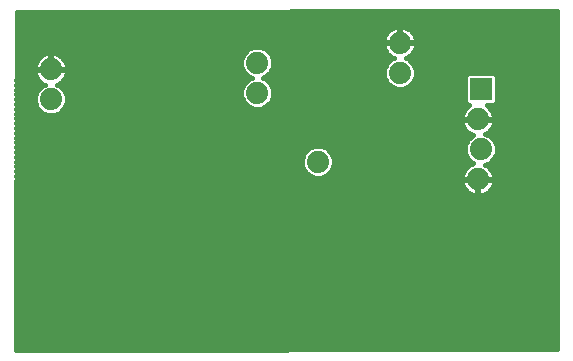
<source format=gbl>
G75*
%MOIN*%
%OFA0B0*%
%FSLAX25Y25*%
%IPPOS*%
%LPD*%
%AMOC8*
5,1,8,0,0,1.08239X$1,22.5*
%
%ADD10C,0.07400*%
%ADD11R,0.07400X0.07400*%
%ADD12C,0.01600*%
%ADD13C,0.06496*%
%ADD14C,0.05906*%
D10*
X0110304Y0082426D03*
X0090146Y0105457D03*
X0090146Y0115457D03*
X0137627Y0112111D03*
X0137627Y0122111D03*
X0163662Y0096599D03*
X0164662Y0086599D03*
X0163662Y0076599D03*
X0021304Y0103244D03*
X0021304Y0113244D03*
D11*
X0164662Y0106599D03*
D12*
X0009899Y0132434D02*
X0009718Y0019711D01*
X0190142Y0019898D01*
X0189960Y0132621D01*
X0009899Y0132434D01*
X0009899Y0132081D02*
X0189961Y0132081D01*
X0189964Y0130482D02*
X0009896Y0130482D01*
X0009894Y0128884D02*
X0189966Y0128884D01*
X0189969Y0127285D02*
X0139499Y0127285D01*
X0139738Y0127208D02*
X0138915Y0127475D01*
X0138060Y0127611D01*
X0137827Y0127611D01*
X0137827Y0122311D01*
X0137427Y0122311D01*
X0137427Y0127611D01*
X0137194Y0127611D01*
X0136339Y0127475D01*
X0135516Y0127208D01*
X0134744Y0126815D01*
X0134044Y0126306D01*
X0133432Y0125694D01*
X0132923Y0124993D01*
X0132530Y0124222D01*
X0132262Y0123398D01*
X0132127Y0122543D01*
X0132127Y0122311D01*
X0137427Y0122311D01*
X0137427Y0121911D01*
X0132127Y0121911D01*
X0132127Y0121678D01*
X0132262Y0120823D01*
X0132530Y0119999D01*
X0132923Y0119228D01*
X0133432Y0118528D01*
X0134044Y0117915D01*
X0134744Y0117407D01*
X0135516Y0117014D01*
X0135571Y0116996D01*
X0134625Y0116604D01*
X0133134Y0115113D01*
X0132327Y0113165D01*
X0132327Y0111056D01*
X0133134Y0109108D01*
X0134625Y0107617D01*
X0136573Y0106811D01*
X0138681Y0106811D01*
X0140629Y0107617D01*
X0142120Y0109108D01*
X0142927Y0111056D01*
X0142927Y0113165D01*
X0142120Y0115113D01*
X0140629Y0116604D01*
X0139683Y0116996D01*
X0139738Y0117014D01*
X0140509Y0117407D01*
X0141210Y0117915D01*
X0141822Y0118528D01*
X0142331Y0119228D01*
X0142724Y0119999D01*
X0142991Y0120823D01*
X0143127Y0121678D01*
X0143127Y0121911D01*
X0137827Y0121911D01*
X0137827Y0122311D01*
X0143127Y0122311D01*
X0143127Y0122543D01*
X0142991Y0123398D01*
X0142724Y0124222D01*
X0142331Y0124993D01*
X0141822Y0125694D01*
X0141210Y0126306D01*
X0140509Y0126815D01*
X0139738Y0127208D01*
X0137827Y0127285D02*
X0137427Y0127285D01*
X0137427Y0125687D02*
X0137827Y0125687D01*
X0137827Y0124088D02*
X0137427Y0124088D01*
X0137427Y0122490D02*
X0137827Y0122490D01*
X0141827Y0125687D02*
X0189972Y0125687D01*
X0189974Y0124088D02*
X0142767Y0124088D01*
X0143127Y0122490D02*
X0189977Y0122490D01*
X0189979Y0120891D02*
X0143002Y0120891D01*
X0142364Y0119293D02*
X0189982Y0119293D01*
X0189985Y0117694D02*
X0140905Y0117694D01*
X0141137Y0116096D02*
X0189987Y0116096D01*
X0189990Y0114497D02*
X0142375Y0114497D01*
X0142927Y0112899D02*
X0189992Y0112899D01*
X0189995Y0111300D02*
X0169624Y0111300D01*
X0169962Y0110961D02*
X0169025Y0111899D01*
X0160299Y0111899D01*
X0159362Y0110961D01*
X0159362Y0102236D01*
X0160299Y0101299D01*
X0160774Y0101299D01*
X0160079Y0100794D01*
X0159467Y0100182D01*
X0158958Y0099481D01*
X0158565Y0098710D01*
X0158298Y0097887D01*
X0158162Y0097032D01*
X0158162Y0096799D01*
X0163462Y0096799D01*
X0163462Y0096399D01*
X0158162Y0096399D01*
X0158162Y0096166D01*
X0158298Y0095311D01*
X0158565Y0094487D01*
X0158958Y0093716D01*
X0159467Y0093016D01*
X0160079Y0092404D01*
X0160780Y0091895D01*
X0161551Y0091502D01*
X0162167Y0091302D01*
X0161660Y0091092D01*
X0160169Y0089601D01*
X0159362Y0087653D01*
X0159362Y0085545D01*
X0160169Y0083597D01*
X0161660Y0082106D01*
X0162167Y0081896D01*
X0161551Y0081696D01*
X0160780Y0081303D01*
X0160079Y0080794D01*
X0159467Y0080182D01*
X0158958Y0079481D01*
X0158565Y0078710D01*
X0158298Y0077887D01*
X0158162Y0077032D01*
X0158162Y0076799D01*
X0163462Y0076799D01*
X0163462Y0076399D01*
X0158162Y0076399D01*
X0158162Y0076166D01*
X0158298Y0075311D01*
X0158565Y0074487D01*
X0158958Y0073716D01*
X0159467Y0073016D01*
X0160079Y0072404D01*
X0160780Y0071895D01*
X0161551Y0071502D01*
X0162374Y0071234D01*
X0163229Y0071099D01*
X0163462Y0071099D01*
X0163462Y0076399D01*
X0163862Y0076399D01*
X0163862Y0076799D01*
X0169162Y0076799D01*
X0169162Y0077032D01*
X0169027Y0077887D01*
X0168759Y0078710D01*
X0168366Y0079481D01*
X0167857Y0080182D01*
X0167245Y0080794D01*
X0166545Y0081303D01*
X0166178Y0081490D01*
X0167664Y0082106D01*
X0169155Y0083597D01*
X0169962Y0085545D01*
X0169962Y0087653D01*
X0169155Y0089601D01*
X0167664Y0091092D01*
X0166178Y0091708D01*
X0166545Y0091895D01*
X0167245Y0092404D01*
X0167857Y0093016D01*
X0168366Y0093716D01*
X0168759Y0094487D01*
X0169027Y0095311D01*
X0169162Y0096166D01*
X0169162Y0096399D01*
X0163862Y0096399D01*
X0163862Y0096799D01*
X0169162Y0096799D01*
X0169162Y0097032D01*
X0169027Y0097887D01*
X0168759Y0098710D01*
X0168366Y0099481D01*
X0167857Y0100182D01*
X0167245Y0100794D01*
X0166550Y0101299D01*
X0169025Y0101299D01*
X0169962Y0102236D01*
X0169962Y0110961D01*
X0169962Y0109702D02*
X0189997Y0109702D01*
X0190000Y0108103D02*
X0169962Y0108103D01*
X0169962Y0106504D02*
X0190003Y0106504D01*
X0190005Y0104906D02*
X0169962Y0104906D01*
X0169962Y0103307D02*
X0190008Y0103307D01*
X0190010Y0101709D02*
X0169435Y0101709D01*
X0167909Y0100110D02*
X0190013Y0100110D01*
X0190015Y0098512D02*
X0168824Y0098512D01*
X0169162Y0096913D02*
X0190018Y0096913D01*
X0190021Y0095315D02*
X0169027Y0095315D01*
X0168366Y0093716D02*
X0190023Y0093716D01*
X0190026Y0092118D02*
X0166852Y0092118D01*
X0168237Y0090519D02*
X0190028Y0090519D01*
X0190031Y0088921D02*
X0169437Y0088921D01*
X0169962Y0087322D02*
X0190033Y0087322D01*
X0190036Y0085724D02*
X0169962Y0085724D01*
X0169374Y0084125D02*
X0190039Y0084125D01*
X0190041Y0082527D02*
X0168086Y0082527D01*
X0167060Y0080928D02*
X0190044Y0080928D01*
X0190046Y0079330D02*
X0168443Y0079330D01*
X0169051Y0077731D02*
X0190049Y0077731D01*
X0190051Y0076133D02*
X0169157Y0076133D01*
X0169162Y0076166D02*
X0169162Y0076399D01*
X0163862Y0076399D01*
X0163862Y0071099D01*
X0164095Y0071099D01*
X0164950Y0071234D01*
X0165773Y0071502D01*
X0166545Y0071895D01*
X0167245Y0072404D01*
X0167857Y0073016D01*
X0168366Y0073716D01*
X0168759Y0074487D01*
X0169027Y0075311D01*
X0169162Y0076166D01*
X0168774Y0074534D02*
X0190054Y0074534D01*
X0190057Y0072936D02*
X0167777Y0072936D01*
X0165267Y0071337D02*
X0190059Y0071337D01*
X0190062Y0069739D02*
X0009798Y0069739D01*
X0009801Y0071337D02*
X0162057Y0071337D01*
X0163462Y0071337D02*
X0163862Y0071337D01*
X0163862Y0072936D02*
X0163462Y0072936D01*
X0163462Y0074534D02*
X0163862Y0074534D01*
X0163862Y0076133D02*
X0163462Y0076133D01*
X0158550Y0074534D02*
X0009806Y0074534D01*
X0009809Y0076133D02*
X0158167Y0076133D01*
X0158273Y0077731D02*
X0112821Y0077731D01*
X0113306Y0077932D02*
X0114797Y0079423D01*
X0115604Y0081371D01*
X0115604Y0083480D01*
X0114797Y0085428D01*
X0113306Y0086919D01*
X0111358Y0087726D01*
X0109250Y0087726D01*
X0107302Y0086919D01*
X0105811Y0085428D01*
X0105004Y0083480D01*
X0105004Y0081371D01*
X0105811Y0079423D01*
X0107302Y0077932D01*
X0109250Y0077126D01*
X0111358Y0077126D01*
X0113306Y0077932D01*
X0114704Y0079330D02*
X0158881Y0079330D01*
X0160264Y0080928D02*
X0115420Y0080928D01*
X0115604Y0082527D02*
X0161239Y0082527D01*
X0159950Y0084125D02*
X0115337Y0084125D01*
X0114501Y0085724D02*
X0159362Y0085724D01*
X0159362Y0087322D02*
X0112331Y0087322D01*
X0108276Y0087322D02*
X0009827Y0087322D01*
X0009824Y0085724D02*
X0106107Y0085724D01*
X0105271Y0084125D02*
X0009822Y0084125D01*
X0009819Y0082527D02*
X0105004Y0082527D01*
X0105187Y0080928D02*
X0009816Y0080928D01*
X0009814Y0079330D02*
X0105904Y0079330D01*
X0107787Y0077731D02*
X0009811Y0077731D01*
X0009804Y0072936D02*
X0159547Y0072936D01*
X0159887Y0088921D02*
X0009829Y0088921D01*
X0009832Y0090519D02*
X0161088Y0090519D01*
X0160472Y0092118D02*
X0009834Y0092118D01*
X0009837Y0093716D02*
X0158958Y0093716D01*
X0158297Y0095315D02*
X0009840Y0095315D01*
X0009842Y0096913D02*
X0158162Y0096913D01*
X0158501Y0098512D02*
X0023728Y0098512D01*
X0024306Y0098751D02*
X0025797Y0100242D01*
X0026604Y0102190D01*
X0026604Y0104299D01*
X0025797Y0106247D01*
X0024306Y0107738D01*
X0023360Y0108129D01*
X0023415Y0108147D01*
X0024187Y0108540D01*
X0024887Y0109049D01*
X0025499Y0109661D01*
X0026008Y0110362D01*
X0026401Y0111133D01*
X0026668Y0111956D01*
X0026804Y0112812D01*
X0026804Y0113044D01*
X0021504Y0113044D01*
X0021504Y0113444D01*
X0026804Y0113444D01*
X0026804Y0113677D01*
X0026668Y0114532D01*
X0026401Y0115356D01*
X0026008Y0116127D01*
X0025499Y0116827D01*
X0024887Y0117440D01*
X0024187Y0117948D01*
X0023415Y0118341D01*
X0022592Y0118609D01*
X0021737Y0118744D01*
X0021504Y0118744D01*
X0021504Y0113445D01*
X0021104Y0113445D01*
X0021104Y0118744D01*
X0020871Y0118744D01*
X0020016Y0118609D01*
X0019193Y0118341D01*
X0018421Y0117948D01*
X0017721Y0117440D01*
X0017109Y0116827D01*
X0016600Y0116127D01*
X0016207Y0115356D01*
X0015939Y0114532D01*
X0015804Y0113677D01*
X0015804Y0113444D01*
X0021104Y0113444D01*
X0021104Y0113044D01*
X0015804Y0113044D01*
X0015804Y0112812D01*
X0015939Y0111956D01*
X0016207Y0111133D01*
X0016600Y0110362D01*
X0017109Y0109661D01*
X0017721Y0109049D01*
X0018421Y0108540D01*
X0019193Y0108147D01*
X0019248Y0108129D01*
X0018302Y0107738D01*
X0016811Y0106247D01*
X0016004Y0104299D01*
X0016004Y0102190D01*
X0016811Y0100242D01*
X0018302Y0098751D01*
X0020250Y0097944D01*
X0022358Y0097944D01*
X0024306Y0098751D01*
X0025665Y0100110D02*
X0159415Y0100110D01*
X0159889Y0101709D02*
X0093894Y0101709D01*
X0093149Y0100964D02*
X0091201Y0100157D01*
X0089092Y0100157D01*
X0087144Y0100964D01*
X0085653Y0102455D01*
X0084846Y0104403D01*
X0084846Y0106511D01*
X0085653Y0108459D01*
X0087144Y0109950D01*
X0088368Y0110457D01*
X0087144Y0110964D01*
X0085653Y0112455D01*
X0084846Y0114403D01*
X0084846Y0116511D01*
X0085653Y0118459D01*
X0087144Y0119950D01*
X0089092Y0120757D01*
X0091201Y0120757D01*
X0093149Y0119950D01*
X0094640Y0118459D01*
X0095446Y0116511D01*
X0095446Y0114403D01*
X0094640Y0112455D01*
X0093149Y0110964D01*
X0091925Y0110457D01*
X0093149Y0109950D01*
X0094640Y0108459D01*
X0095446Y0106511D01*
X0095446Y0104403D01*
X0094640Y0102455D01*
X0093149Y0100964D01*
X0094993Y0103307D02*
X0159362Y0103307D01*
X0159362Y0104906D02*
X0095446Y0104906D01*
X0095446Y0106504D02*
X0159362Y0106504D01*
X0159362Y0108103D02*
X0141115Y0108103D01*
X0142366Y0109702D02*
X0159362Y0109702D01*
X0159701Y0111300D02*
X0142927Y0111300D01*
X0134139Y0108103D02*
X0094787Y0108103D01*
X0093397Y0109702D02*
X0132888Y0109702D01*
X0132327Y0111300D02*
X0093485Y0111300D01*
X0094823Y0112899D02*
X0132327Y0112899D01*
X0132879Y0114497D02*
X0095446Y0114497D01*
X0095446Y0116096D02*
X0134116Y0116096D01*
X0134348Y0117694D02*
X0094957Y0117694D01*
X0093806Y0119293D02*
X0132890Y0119293D01*
X0132251Y0120891D02*
X0009881Y0120891D01*
X0009883Y0122490D02*
X0132127Y0122490D01*
X0132486Y0124088D02*
X0009886Y0124088D01*
X0009888Y0125687D02*
X0133427Y0125687D01*
X0135754Y0127285D02*
X0009891Y0127285D01*
X0009878Y0119293D02*
X0086487Y0119293D01*
X0085336Y0117694D02*
X0024537Y0117694D01*
X0026024Y0116096D02*
X0084846Y0116096D01*
X0084846Y0114497D02*
X0026674Y0114497D01*
X0026804Y0112899D02*
X0085470Y0112899D01*
X0086808Y0111300D02*
X0026455Y0111300D01*
X0025528Y0109702D02*
X0086896Y0109702D01*
X0085506Y0108103D02*
X0023424Y0108103D01*
X0025539Y0106504D02*
X0084846Y0106504D01*
X0084846Y0104906D02*
X0026352Y0104906D01*
X0026604Y0103307D02*
X0085300Y0103307D01*
X0086399Y0101709D02*
X0026405Y0101709D01*
X0018880Y0098512D02*
X0009845Y0098512D01*
X0009847Y0100110D02*
X0016943Y0100110D01*
X0016203Y0101709D02*
X0009850Y0101709D01*
X0009852Y0103307D02*
X0016004Y0103307D01*
X0016255Y0104906D02*
X0009855Y0104906D01*
X0009858Y0106504D02*
X0017069Y0106504D01*
X0019184Y0108103D02*
X0009860Y0108103D01*
X0009863Y0109702D02*
X0017080Y0109702D01*
X0016153Y0111300D02*
X0009865Y0111300D01*
X0009868Y0112899D02*
X0015804Y0112899D01*
X0015934Y0114497D02*
X0009870Y0114497D01*
X0009873Y0116096D02*
X0016584Y0116096D01*
X0018071Y0117694D02*
X0009876Y0117694D01*
X0021104Y0117694D02*
X0021504Y0117694D01*
X0021504Y0116096D02*
X0021104Y0116096D01*
X0021104Y0114497D02*
X0021504Y0114497D01*
X0009796Y0068140D02*
X0190064Y0068140D01*
X0190067Y0066542D02*
X0009793Y0066542D01*
X0009791Y0064943D02*
X0190069Y0064943D01*
X0190072Y0063345D02*
X0009788Y0063345D01*
X0009786Y0061746D02*
X0190075Y0061746D01*
X0190077Y0060148D02*
X0009783Y0060148D01*
X0009780Y0058549D02*
X0190080Y0058549D01*
X0190082Y0056951D02*
X0009778Y0056951D01*
X0009775Y0055352D02*
X0190085Y0055352D01*
X0190087Y0053754D02*
X0009773Y0053754D01*
X0009770Y0052155D02*
X0190090Y0052155D01*
X0190093Y0050557D02*
X0009768Y0050557D01*
X0009765Y0048958D02*
X0190095Y0048958D01*
X0190098Y0047360D02*
X0009762Y0047360D01*
X0009760Y0045761D02*
X0190100Y0045761D01*
X0190103Y0044163D02*
X0009757Y0044163D01*
X0009755Y0042564D02*
X0190105Y0042564D01*
X0190108Y0040966D02*
X0009752Y0040966D01*
X0009750Y0039367D02*
X0190111Y0039367D01*
X0190113Y0037769D02*
X0009747Y0037769D01*
X0009744Y0036170D02*
X0190116Y0036170D01*
X0190118Y0034571D02*
X0009742Y0034571D01*
X0009739Y0032973D02*
X0190121Y0032973D01*
X0190123Y0031374D02*
X0009737Y0031374D01*
X0009734Y0029776D02*
X0190126Y0029776D01*
X0190129Y0028177D02*
X0009732Y0028177D01*
X0009729Y0026579D02*
X0190131Y0026579D01*
X0190134Y0024980D02*
X0009726Y0024980D01*
X0009724Y0023382D02*
X0190136Y0023382D01*
X0190139Y0021783D02*
X0009721Y0021783D01*
X0009719Y0020185D02*
X0190141Y0020185D01*
D13*
X0162784Y0051717D03*
X0102942Y0094827D03*
X0076170Y0033803D03*
D14*
X0127154Y0100339D03*
X0045658Y0121992D03*
M02*

</source>
